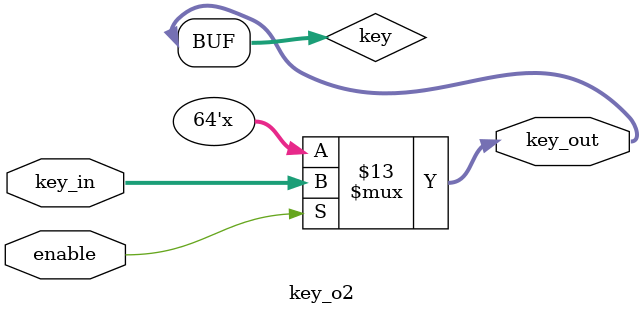
<source format=sv>

module key_o2 (
	input wire [63:0] key_in,
	input wire enable,
	output wire [63:0] key_out
);

reg [63:0] key;

always_comb begin
	if(enable == 1'b1) begin
		key = key_in;
	end else begin
		if(key_in[0] == 1'b1 || key_in[0] == 1'b0) begin
			key = key;
		end else begin
			key = 64'h00000000;
		end
	end
	/*
	default:begin
	key = '0;
	end*/

end

assign key_out = key;

endmodule

</source>
